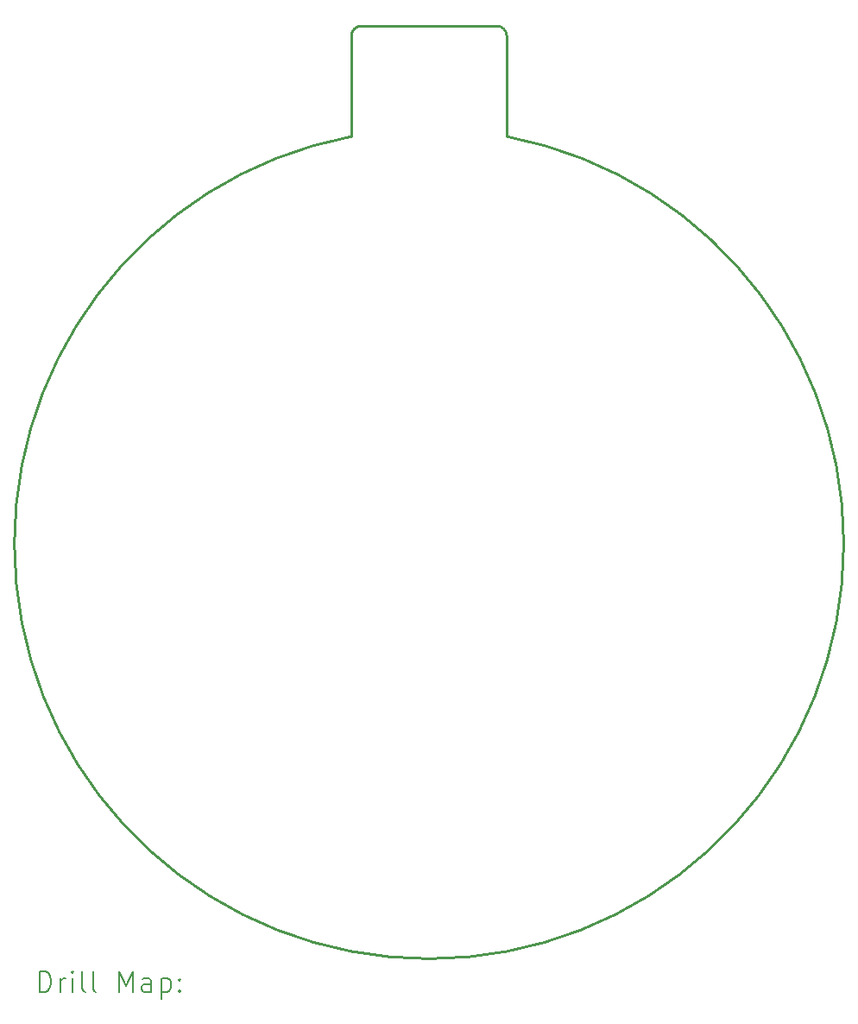
<source format=gbr>
%TF.GenerationSoftware,KiCad,Pcbnew,8.0.6*%
%TF.CreationDate,2024-11-25T23:55:27-05:00*%
%TF.ProjectId,Christmas Ornament 2024,43687269-7374-46d6-9173-204f726e616d,rev?*%
%TF.SameCoordinates,Original*%
%TF.FileFunction,Drillmap*%
%TF.FilePolarity,Positive*%
%FSLAX45Y45*%
G04 Gerber Fmt 4.5, Leading zero omitted, Abs format (unit mm)*
G04 Created by KiCad (PCBNEW 8.0.6) date 2024-11-25 23:55:27*
%MOMM*%
%LPD*%
G01*
G04 APERTURE LIST*
%ADD10C,0.254000*%
%ADD11C,0.200000*%
G04 APERTURE END LIST*
D10*
X13462129Y-5179871D02*
X13463405Y-6164848D01*
X13362129Y-5080000D02*
G75*
G02*
X13462130Y-5179871I1J-100000D01*
G01*
X11938000Y-5180000D02*
G75*
G02*
X12038000Y-5080000I100000J0D01*
G01*
X11938000Y-6164580D02*
X11938000Y-5180000D01*
X13463405Y-6164848D02*
G75*
G02*
X11938000Y-6164580I-763405J-3995152D01*
G01*
X12038000Y-5080000D02*
X13362129Y-5080000D01*
D11*
X8880642Y-14551618D02*
X8880642Y-14351618D01*
X8880642Y-14351618D02*
X8928261Y-14351618D01*
X8928261Y-14351618D02*
X8956833Y-14361142D01*
X8956833Y-14361142D02*
X8975880Y-14380190D01*
X8975880Y-14380190D02*
X8985404Y-14399237D01*
X8985404Y-14399237D02*
X8994928Y-14437332D01*
X8994928Y-14437332D02*
X8994928Y-14465904D01*
X8994928Y-14465904D02*
X8985404Y-14503999D01*
X8985404Y-14503999D02*
X8975880Y-14523047D01*
X8975880Y-14523047D02*
X8956833Y-14542094D01*
X8956833Y-14542094D02*
X8928261Y-14551618D01*
X8928261Y-14551618D02*
X8880642Y-14551618D01*
X9080642Y-14551618D02*
X9080642Y-14418285D01*
X9080642Y-14456380D02*
X9090166Y-14437332D01*
X9090166Y-14437332D02*
X9099690Y-14427809D01*
X9099690Y-14427809D02*
X9118737Y-14418285D01*
X9118737Y-14418285D02*
X9137785Y-14418285D01*
X9204452Y-14551618D02*
X9204452Y-14418285D01*
X9204452Y-14351618D02*
X9194928Y-14361142D01*
X9194928Y-14361142D02*
X9204452Y-14370666D01*
X9204452Y-14370666D02*
X9213976Y-14361142D01*
X9213976Y-14361142D02*
X9204452Y-14351618D01*
X9204452Y-14351618D02*
X9204452Y-14370666D01*
X9328261Y-14551618D02*
X9309214Y-14542094D01*
X9309214Y-14542094D02*
X9299690Y-14523047D01*
X9299690Y-14523047D02*
X9299690Y-14351618D01*
X9433023Y-14551618D02*
X9413976Y-14542094D01*
X9413976Y-14542094D02*
X9404452Y-14523047D01*
X9404452Y-14523047D02*
X9404452Y-14351618D01*
X9661595Y-14551618D02*
X9661595Y-14351618D01*
X9661595Y-14351618D02*
X9728261Y-14494475D01*
X9728261Y-14494475D02*
X9794928Y-14351618D01*
X9794928Y-14351618D02*
X9794928Y-14551618D01*
X9975880Y-14551618D02*
X9975880Y-14446856D01*
X9975880Y-14446856D02*
X9966357Y-14427809D01*
X9966357Y-14427809D02*
X9947309Y-14418285D01*
X9947309Y-14418285D02*
X9909214Y-14418285D01*
X9909214Y-14418285D02*
X9890166Y-14427809D01*
X9975880Y-14542094D02*
X9956833Y-14551618D01*
X9956833Y-14551618D02*
X9909214Y-14551618D01*
X9909214Y-14551618D02*
X9890166Y-14542094D01*
X9890166Y-14542094D02*
X9880642Y-14523047D01*
X9880642Y-14523047D02*
X9880642Y-14503999D01*
X9880642Y-14503999D02*
X9890166Y-14484951D01*
X9890166Y-14484951D02*
X9909214Y-14475428D01*
X9909214Y-14475428D02*
X9956833Y-14475428D01*
X9956833Y-14475428D02*
X9975880Y-14465904D01*
X10071118Y-14418285D02*
X10071118Y-14618285D01*
X10071118Y-14427809D02*
X10090166Y-14418285D01*
X10090166Y-14418285D02*
X10128261Y-14418285D01*
X10128261Y-14418285D02*
X10147309Y-14427809D01*
X10147309Y-14427809D02*
X10156833Y-14437332D01*
X10156833Y-14437332D02*
X10166357Y-14456380D01*
X10166357Y-14456380D02*
X10166357Y-14513523D01*
X10166357Y-14513523D02*
X10156833Y-14532570D01*
X10156833Y-14532570D02*
X10147309Y-14542094D01*
X10147309Y-14542094D02*
X10128261Y-14551618D01*
X10128261Y-14551618D02*
X10090166Y-14551618D01*
X10090166Y-14551618D02*
X10071118Y-14542094D01*
X10252071Y-14532570D02*
X10261595Y-14542094D01*
X10261595Y-14542094D02*
X10252071Y-14551618D01*
X10252071Y-14551618D02*
X10242547Y-14542094D01*
X10242547Y-14542094D02*
X10252071Y-14532570D01*
X10252071Y-14532570D02*
X10252071Y-14551618D01*
X10252071Y-14427809D02*
X10261595Y-14437332D01*
X10261595Y-14437332D02*
X10252071Y-14446856D01*
X10252071Y-14446856D02*
X10242547Y-14437332D01*
X10242547Y-14437332D02*
X10252071Y-14427809D01*
X10252071Y-14427809D02*
X10252071Y-14446856D01*
M02*

</source>
